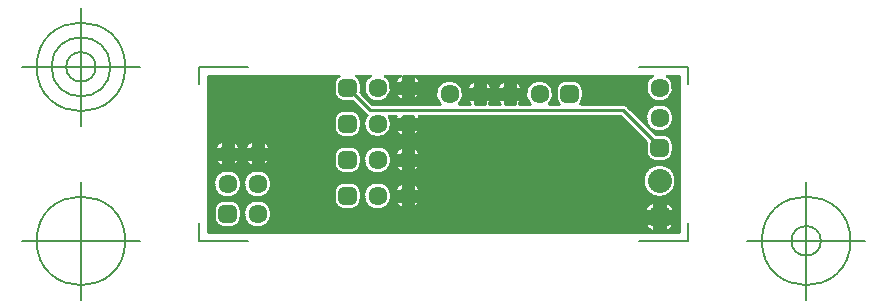
<source format=gbr>
G04 Generated by Ultiboard 13.0 *
%FSLAX25Y25*%
%MOIN*%

%ADD10C,0.00001*%
%ADD11C,0.01000*%
%ADD12C,0.00500*%
%ADD13C,0.06334*%
%ADD14R,0.02083X0.02083*%
%ADD15C,0.03917*%
%ADD16C,0.08000*%


G04 ColorRGB 0000FF for the following layer *
%LNCopper Bottom*%
%LPD*%
G54D10*
G36*
X16364Y18345D02*
X16364Y18345D01*
X13655Y18345D01*
X13655Y16677D01*
X10345Y16677D01*
X10345Y18345D01*
X7636Y18345D01*
G74*
D01*
G03X8723Y16677I4364J1655*
G01*
X8723Y16677D01*
X5277Y16677D01*
G75*
D01*
G03X-1277Y16677I-3277J3323*
G01*
X-1277Y16677D01*
X-23835Y16677D01*
X-27533Y20375D01*
G75*
D01*
G03X-27483Y20959I-3424J587*
G01*
X-27483Y20959D01*
X-27483Y23042D01*
G74*
D01*
G03X-29123Y25993I3475J0*
G01*
X-29123Y25993D01*
X-24416Y25993D01*
G75*
D01*
G03X-19584Y25993I2416J-3993*
G01*
X-19584Y25993D01*
X-14416Y25993D01*
G74*
D01*
G03X-16364Y23655I2416J3993*
G01*
X-16364Y23655D01*
X-13655Y23655D01*
X-13655Y25993D01*
X-10345Y25993D01*
X-10345Y23655D01*
X-7636Y23655D01*
G74*
D01*
G03X-9584Y25993I4364J1655*
G01*
X-9584Y25993D01*
X69584Y25993D01*
G75*
D01*
G03X74416Y25993I2416J-3993*
G01*
X74416Y25993D01*
X78493Y25993D01*
X78493Y-25993D01*
X74307Y-25993D01*
G74*
D01*
G03X77143Y-22950I2307J4993*
G01*
X77143Y-22950D01*
X73950Y-22950D01*
X73950Y-25993D01*
X70050Y-25993D01*
X70050Y-22950D01*
X66857Y-22950D01*
G74*
D01*
G03X69693Y-25993I5143J1950*
G01*
X69693Y-25993D01*
X-78493Y-25993D01*
X-78493Y25993D01*
X-34877Y25993D01*
G74*
D01*
G03X-36517Y23042I1835J2951*
G01*
X-36517Y23042D01*
X-36517Y20959D01*
G75*
D01*
G03X-33041Y17483I3476J0*
G01*
X-33041Y17483D01*
X-30958Y17483D01*
G74*
D01*
G03X-30375Y17533I4J3476*
G01*
X-30375Y17533D01*
X-26090Y13248D01*
G74*
D01*
G03X-25647Y12912I1424J1417*
G01*
G75*
D01*
G03X-18163Y12657I3647J-2910*
G01*
X-18163Y12657D01*
X-15837Y12657D01*
G74*
D01*
G03X-16364Y11655I3837J2657*
G01*
X-16364Y11655D01*
X-13655Y11655D01*
X-13655Y12657D01*
X-10345Y12657D01*
X-10345Y11655D01*
X-7636Y11655D01*
G74*
D01*
G03X-8163Y12657I4364J1655*
G01*
X-8163Y12657D01*
X58835Y12657D01*
X67591Y3901D01*
G74*
D01*
G03X67483Y3042I3367J860*
G01*
X67483Y3042D01*
X67483Y959D01*
G75*
D01*
G03X70959Y-2517I3476J0*
G01*
X70959Y-2517D01*
X73042Y-2517D01*
G74*
D01*
G03X76517Y958I1J3476*
G01*
X76517Y958D01*
X76517Y3042D01*
G74*
D01*
G03X73042Y6517I3475J0*
G01*
X73042Y6517D01*
X70959Y6517D01*
G75*
D01*
G03X70671Y6505I1J-3475*
G01*
X70671Y6505D01*
X61090Y16086D01*
G74*
D01*
G03X59667Y16677I1423J1418*
G01*
X59667Y16677D01*
X45663Y16677D01*
G75*
D01*
G03X46517Y18959I-2621J2282*
G01*
X46517Y18959D01*
X46517Y21042D01*
G74*
D01*
G03X43042Y24517I3475J0*
G01*
X43042Y24517D01*
X40959Y24517D01*
G75*
D01*
G03X37483Y21042I-1J-3475*
G01*
X37483Y21042D01*
X37483Y18959D01*
G75*
D01*
G03X38337Y16677I3476J0*
G01*
X38337Y16677D01*
X35277Y16677D01*
G75*
D01*
G03X28723Y16677I-3277J3323*
G01*
X28723Y16677D01*
X25277Y16677D01*
G74*
D01*
G03X26364Y18345I3277J3323*
G01*
X26364Y18345D01*
X23655Y18345D01*
X23655Y16677D01*
X20345Y16677D01*
X20345Y18345D01*
X17636Y18345D01*
G74*
D01*
G03X18723Y16677I4364J1655*
G01*
X18723Y16677D01*
X15277Y16677D01*
G74*
D01*
G03X16364Y18345I3277J3323*
G01*
D02*
G37*
%LPC*%
G36*
X12981Y18551D02*
G75*
D01*
G03X12981Y18551I-981J1449*
G01*
D02*
G37*
G36*
X7636Y21655D02*
X7636Y21655D01*
X10345Y21655D01*
X10345Y24364D01*
G74*
D01*
G03X7636Y21655I1655J4364*
G01*
D02*
G37*
G36*
X-13655Y17636D02*
X-13655Y17636D01*
X-13655Y20345D01*
X-16364Y20345D01*
G74*
D01*
G03X-13655Y17636I4364J1655*
G01*
D02*
G37*
G36*
X-7636Y20345D02*
X-7636Y20345D01*
X-10345Y20345D01*
X-10345Y17636D01*
G74*
D01*
G03X-7636Y20345I1655J4364*
G01*
D02*
G37*
G36*
X-13750Y22000D02*
G75*
D01*
G03X-13750Y22000I1750J0*
G01*
D02*
G37*
G36*
X69250Y-21000D02*
G75*
D01*
G03X69250Y-21000I2750J0*
G01*
D02*
G37*
G36*
X66857Y-19050D02*
X66857Y-19050D01*
X70050Y-19050D01*
X70050Y-15857D01*
G74*
D01*
G03X66857Y-19050I1950J5143*
G01*
D02*
G37*
G36*
X73950Y-15857D02*
X73950Y-15857D01*
X73950Y-19050D01*
X77143Y-19050D01*
G74*
D01*
G03X73950Y-15857I5143J1950*
G01*
D02*
G37*
G36*
X66500Y-9000D02*
G75*
D01*
G03X66500Y-9000I5500J0*
G01*
D02*
G37*
G36*
X67333Y12000D02*
G75*
D01*
G03X67333Y12000I4667J0*
G01*
D02*
G37*
G36*
X13655Y24364D02*
X13655Y24364D01*
X13655Y21655D01*
X16364Y21655D01*
G74*
D01*
G03X13655Y24364I4364J1655*
G01*
D02*
G37*
G36*
X17636Y21655D02*
X17636Y21655D01*
X20345Y21655D01*
X20345Y24364D01*
G74*
D01*
G03X17636Y21655I1655J4364*
G01*
D02*
G37*
G36*
X20250Y20000D02*
G75*
D01*
G03X20250Y20000I1750J0*
G01*
D02*
G37*
G36*
X23655Y24364D02*
X23655Y24364D01*
X23655Y21655D01*
X26364Y21655D01*
G74*
D01*
G03X23655Y24364I4364J1655*
G01*
D02*
G37*
G36*
X-13750Y10000D02*
G75*
D01*
G03X-13750Y10000I1750J0*
G01*
D02*
G37*
G36*
X-36517Y11042D02*
X-36517Y11042D01*
X-36517Y8959D01*
G75*
D01*
G03X-33041Y5483I3476J0*
G01*
X-33041Y5483D01*
X-30958Y5483D01*
G75*
D01*
G03X-27483Y8959I-1J3476*
G01*
X-27483Y8959D01*
X-27483Y11042D01*
G74*
D01*
G03X-30958Y14517I3475J0*
G01*
X-30958Y14517D01*
X-33041Y14517D01*
G75*
D01*
G03X-36517Y11042I-1J-3475*
G01*
D02*
G37*
G36*
X-73041Y-24517D02*
X-73041Y-24517D01*
X-70958Y-24517D01*
G75*
D01*
G03X-67483Y-21041I-1J3476*
G01*
X-67483Y-21041D01*
X-67483Y-18958D01*
G74*
D01*
G03X-70958Y-15483I3475J0*
G01*
X-70958Y-15483D01*
X-73041Y-15483D01*
G75*
D01*
G03X-76517Y-18958I-1J-3475*
G01*
X-76517Y-18958D01*
X-76517Y-21041D01*
G75*
D01*
G03X-73041Y-24517I3476J0*
G01*
D02*
G37*
G36*
X-66667Y-20000D02*
G75*
D01*
G03X-66667Y-20000I4667J0*
G01*
D02*
G37*
G36*
X-36517Y-12959D02*
X-36517Y-12959D01*
X-36517Y-15042D01*
G75*
D01*
G03X-33041Y-18517I3476J1*
G01*
X-33041Y-18517D01*
X-30958Y-18517D01*
G75*
D01*
G03X-27483Y-15042I0J3475*
G01*
X-27483Y-15042D01*
X-27483Y-12959D01*
G74*
D01*
G03X-30958Y-9483I3475J1*
G01*
X-30958Y-9483D01*
X-33041Y-9483D01*
G75*
D01*
G03X-36517Y-12959I0J-3476*
G01*
D02*
G37*
G36*
X-26667Y-14000D02*
G75*
D01*
G03X-26667Y-14000I4667J0*
G01*
D02*
G37*
G36*
X-13655Y-18364D02*
X-13655Y-18364D01*
X-13655Y-15655D01*
X-16364Y-15655D01*
G74*
D01*
G03X-13655Y-18364I4364J1655*
G01*
D02*
G37*
G36*
X-13750Y-14000D02*
G75*
D01*
G03X-13750Y-14000I1750J0*
G01*
D02*
G37*
G36*
X-7636Y-15655D02*
X-7636Y-15655D01*
X-10345Y-15655D01*
X-10345Y-18364D01*
G74*
D01*
G03X-7636Y-15655I1655J4364*
G01*
D02*
G37*
G36*
X-10345Y-9636D02*
X-10345Y-9636D01*
X-10345Y-12345D01*
X-7636Y-12345D01*
G74*
D01*
G03X-10345Y-9636I4364J1655*
G01*
D02*
G37*
G36*
X-16364Y-12345D02*
X-16364Y-12345D01*
X-13655Y-12345D01*
X-13655Y-9636D01*
G74*
D01*
G03X-16364Y-12345I1655J4364*
G01*
D02*
G37*
G36*
X-76667Y-10000D02*
G75*
D01*
G03X-76667Y-10000I4667J0*
G01*
D02*
G37*
G36*
X-66667Y-10000D02*
G75*
D01*
G03X-66667Y-10000I4667J0*
G01*
D02*
G37*
G36*
X-73750Y0D02*
G75*
D01*
G03X-73750Y0I1750J0*
G01*
D02*
G37*
G36*
X-73655Y-4364D02*
X-73655Y-4364D01*
X-73655Y-1655D01*
X-76364Y-1655D01*
G74*
D01*
G03X-73655Y-4364I4364J1655*
G01*
D02*
G37*
G36*
X-76364Y1655D02*
X-76364Y1655D01*
X-73655Y1655D01*
X-73655Y4364D01*
G74*
D01*
G03X-76364Y1655I1655J4364*
G01*
D02*
G37*
G36*
X-67636Y-1655D02*
X-67636Y-1655D01*
X-70345Y-1655D01*
X-70345Y-4364D01*
G74*
D01*
G03X-67636Y-1655I1655J4364*
G01*
D02*
G37*
G36*
X-70345Y4364D02*
X-70345Y4364D01*
X-70345Y1655D01*
X-67636Y1655D01*
G74*
D01*
G03X-70345Y4364I4364J1655*
G01*
D02*
G37*
G36*
X-63750Y0D02*
G75*
D01*
G03X-63750Y0I1750J0*
G01*
D02*
G37*
G36*
X-63655Y-4364D02*
X-63655Y-4364D01*
X-63655Y-1655D01*
X-66364Y-1655D01*
G74*
D01*
G03X-63655Y-4364I4364J1655*
G01*
D02*
G37*
G36*
X-66364Y1655D02*
X-66364Y1655D01*
X-63655Y1655D01*
X-63655Y4364D01*
G74*
D01*
G03X-66364Y1655I1655J4364*
G01*
D02*
G37*
G36*
X-57636Y-1655D02*
X-57636Y-1655D01*
X-60345Y-1655D01*
X-60345Y-4364D01*
G74*
D01*
G03X-57636Y-1655I1655J4364*
G01*
D02*
G37*
G36*
X-60345Y4364D02*
X-60345Y4364D01*
X-60345Y1655D01*
X-57636Y1655D01*
G74*
D01*
G03X-60345Y4364I4364J1655*
G01*
D02*
G37*
G36*
X-36517Y-958D02*
X-36517Y-958D01*
X-36517Y-3041D01*
G75*
D01*
G03X-33041Y-6517I3476J0*
G01*
X-33041Y-6517D01*
X-30958Y-6517D01*
G75*
D01*
G03X-27483Y-3041I-1J3476*
G01*
X-27483Y-3041D01*
X-27483Y-958D01*
G74*
D01*
G03X-30958Y2517I3475J0*
G01*
X-30958Y2517D01*
X-33041Y2517D01*
G75*
D01*
G03X-36517Y-958I-1J-3475*
G01*
D02*
G37*
G36*
X-7636Y8345D02*
X-7636Y8345D01*
X-10345Y8345D01*
X-10345Y5636D01*
G74*
D01*
G03X-7636Y8345I1655J4364*
G01*
D02*
G37*
G36*
X-13655Y5636D02*
X-13655Y5636D01*
X-13655Y8345D01*
X-16364Y8345D01*
G74*
D01*
G03X-13655Y5636I4364J1655*
G01*
D02*
G37*
G36*
X-26667Y-2000D02*
G75*
D01*
G03X-26667Y-2000I4667J0*
G01*
D02*
G37*
G36*
X-13655Y-6364D02*
X-13655Y-6364D01*
X-13655Y-3655D01*
X-16364Y-3655D01*
G74*
D01*
G03X-13655Y-6364I4364J1655*
G01*
D02*
G37*
G36*
X-13750Y-2000D02*
G75*
D01*
G03X-13750Y-2000I1750J0*
G01*
D02*
G37*
G36*
X-7636Y-3655D02*
X-7636Y-3655D01*
X-10345Y-3655D01*
X-10345Y-6364D01*
G74*
D01*
G03X-7636Y-3655I1655J4364*
G01*
D02*
G37*
G36*
X-10345Y2364D02*
X-10345Y2364D01*
X-10345Y-345D01*
X-7636Y-345D01*
G74*
D01*
G03X-10345Y2364I4364J1655*
G01*
D02*
G37*
G36*
X-16364Y-345D02*
X-16364Y-345D01*
X-13655Y-345D01*
X-13655Y2364D01*
G74*
D01*
G03X-16364Y-345I1655J4364*
G01*
D02*
G37*
%LPD*%
G54D11*
X12981Y18551D02*
G75*
D01*
G03X12981Y18551I-981J1449*
G01*
X7636Y21655D02*
X10345Y21655D01*
X10345Y24364D01*
G74*
D01*
G03X7636Y21655I1655J4364*
G01*
X-13655Y17636D02*
X-13655Y20345D01*
X-16364Y20345D01*
G74*
D01*
G03X-13655Y17636I4364J1655*
G01*
X-7636Y20345D02*
X-10345Y20345D01*
X-10345Y17636D01*
G74*
D01*
G03X-7636Y20345I1655J4364*
G01*
X-13750Y22000D02*
G75*
D01*
G03X-13750Y22000I1750J0*
G01*
X69250Y-21000D02*
G75*
D01*
G03X69250Y-21000I2750J0*
G01*
X66857Y-19050D02*
X70050Y-19050D01*
X70050Y-15857D01*
G74*
D01*
G03X66857Y-19050I1950J5143*
G01*
X73950Y-15857D02*
X73950Y-19050D01*
X77143Y-19050D01*
G74*
D01*
G03X73950Y-15857I5143J1950*
G01*
X66500Y-9000D02*
G75*
D01*
G03X66500Y-9000I5500J0*
G01*
X67333Y12000D02*
G75*
D01*
G03X67333Y12000I4667J0*
G01*
X13655Y24364D02*
X13655Y21655D01*
X16364Y21655D01*
G74*
D01*
G03X13655Y24364I4364J1655*
G01*
X17636Y21655D02*
X20345Y21655D01*
X20345Y24364D01*
G74*
D01*
G03X17636Y21655I1655J4364*
G01*
X20250Y20000D02*
G75*
D01*
G03X20250Y20000I1750J0*
G01*
X23655Y24364D02*
X23655Y21655D01*
X26364Y21655D01*
G74*
D01*
G03X23655Y24364I4364J1655*
G01*
X-13750Y10000D02*
G75*
D01*
G03X-13750Y10000I1750J0*
G01*
X-36517Y11042D02*
X-36517Y8959D01*
G75*
D01*
G03X-33041Y5483I3476J0*
G01*
X-30958Y5483D01*
G75*
D01*
G03X-27483Y8959I-1J3476*
G01*
X-27483Y11042D01*
G74*
D01*
G03X-30958Y14517I3475J0*
G01*
X-33041Y14517D01*
G75*
D01*
G03X-36517Y11042I-1J-3475*
G01*
X-73041Y-24517D02*
X-70958Y-24517D01*
G75*
D01*
G03X-67483Y-21041I-1J3476*
G01*
X-67483Y-18958D01*
G74*
D01*
G03X-70958Y-15483I3475J0*
G01*
X-73041Y-15483D01*
G75*
D01*
G03X-76517Y-18958I-1J-3475*
G01*
X-76517Y-21041D01*
G75*
D01*
G03X-73041Y-24517I3476J0*
G01*
X-66667Y-20000D02*
G75*
D01*
G03X-66667Y-20000I4667J0*
G01*
X-36517Y-12959D02*
X-36517Y-15042D01*
G75*
D01*
G03X-33041Y-18517I3476J1*
G01*
X-30958Y-18517D01*
G75*
D01*
G03X-27483Y-15042I0J3475*
G01*
X-27483Y-12959D01*
G74*
D01*
G03X-30958Y-9483I3475J1*
G01*
X-33041Y-9483D01*
G75*
D01*
G03X-36517Y-12959I0J-3476*
G01*
X-26667Y-14000D02*
G75*
D01*
G03X-26667Y-14000I4667J0*
G01*
X-13655Y-18364D02*
X-13655Y-15655D01*
X-16364Y-15655D01*
G74*
D01*
G03X-13655Y-18364I4364J1655*
G01*
X-13750Y-14000D02*
G75*
D01*
G03X-13750Y-14000I1750J0*
G01*
X-7636Y-15655D02*
X-10345Y-15655D01*
X-10345Y-18364D01*
G74*
D01*
G03X-7636Y-15655I1655J4364*
G01*
X-10345Y-9636D02*
X-10345Y-12345D01*
X-7636Y-12345D01*
G74*
D01*
G03X-10345Y-9636I4364J1655*
G01*
X-16364Y-12345D02*
X-13655Y-12345D01*
X-13655Y-9636D01*
G74*
D01*
G03X-16364Y-12345I1655J4364*
G01*
X-76667Y-10000D02*
G75*
D01*
G03X-76667Y-10000I4667J0*
G01*
X-66667Y-10000D02*
G75*
D01*
G03X-66667Y-10000I4667J0*
G01*
X-73750Y0D02*
G75*
D01*
G03X-73750Y0I1750J0*
G01*
X-73655Y-4364D02*
X-73655Y-1655D01*
X-76364Y-1655D01*
G74*
D01*
G03X-73655Y-4364I4364J1655*
G01*
X-76364Y1655D02*
X-73655Y1655D01*
X-73655Y4364D01*
G74*
D01*
G03X-76364Y1655I1655J4364*
G01*
X-67636Y-1655D02*
X-70345Y-1655D01*
X-70345Y-4364D01*
G74*
D01*
G03X-67636Y-1655I1655J4364*
G01*
X-70345Y4364D02*
X-70345Y1655D01*
X-67636Y1655D01*
G74*
D01*
G03X-70345Y4364I4364J1655*
G01*
X-63750Y0D02*
G75*
D01*
G03X-63750Y0I1750J0*
G01*
X-63655Y-4364D02*
X-63655Y-1655D01*
X-66364Y-1655D01*
G74*
D01*
G03X-63655Y-4364I4364J1655*
G01*
X-66364Y1655D02*
X-63655Y1655D01*
X-63655Y4364D01*
G74*
D01*
G03X-66364Y1655I1655J4364*
G01*
X-57636Y-1655D02*
X-60345Y-1655D01*
X-60345Y-4364D01*
G74*
D01*
G03X-57636Y-1655I1655J4364*
G01*
X-60345Y4364D02*
X-60345Y1655D01*
X-57636Y1655D01*
G74*
D01*
G03X-60345Y4364I4364J1655*
G01*
X-36517Y-958D02*
X-36517Y-3041D01*
G75*
D01*
G03X-33041Y-6517I3476J0*
G01*
X-30958Y-6517D01*
G75*
D01*
G03X-27483Y-3041I-1J3476*
G01*
X-27483Y-958D01*
G74*
D01*
G03X-30958Y2517I3475J0*
G01*
X-33041Y2517D01*
G75*
D01*
G03X-36517Y-958I-1J-3475*
G01*
X-7636Y8345D02*
X-10345Y8345D01*
X-10345Y5636D01*
G74*
D01*
G03X-7636Y8345I1655J4364*
G01*
X-13655Y5636D02*
X-13655Y8345D01*
X-16364Y8345D01*
G74*
D01*
G03X-13655Y5636I4364J1655*
G01*
X-26667Y-2000D02*
G75*
D01*
G03X-26667Y-2000I4667J0*
G01*
X-13655Y-6364D02*
X-13655Y-3655D01*
X-16364Y-3655D01*
G74*
D01*
G03X-13655Y-6364I4364J1655*
G01*
X-13750Y-2000D02*
G75*
D01*
G03X-13750Y-2000I1750J0*
G01*
X-7636Y-3655D02*
X-10345Y-3655D01*
X-10345Y-6364D01*
G74*
D01*
G03X-7636Y-3655I1655J4364*
G01*
X-10345Y2364D02*
X-10345Y-345D01*
X-7636Y-345D01*
G74*
D01*
G03X-10345Y2364I4364J1655*
G01*
X-16364Y-345D02*
X-13655Y-345D01*
X-13655Y2364D01*
G74*
D01*
G03X-16364Y-345I1655J4364*
G01*
X16364Y18345D02*
X13655Y18345D01*
X13655Y16677D01*
X10345Y16677D01*
X10345Y18345D01*
X7636Y18345D01*
G74*
D01*
G03X8723Y16677I4364J1655*
G01*
X5277Y16677D01*
G75*
D01*
G03X-1277Y16677I-3277J3323*
G01*
X-23835Y16677D01*
X-27533Y20375D01*
G75*
D01*
G03X-27483Y20959I-3424J587*
G01*
X-27483Y23042D01*
G74*
D01*
G03X-29123Y25993I3475J0*
G01*
X-24416Y25993D01*
G75*
D01*
G03X-19584Y25993I2416J-3993*
G01*
X-14416Y25993D01*
G74*
D01*
G03X-16364Y23655I2416J3993*
G01*
X-13655Y23655D01*
X-13655Y25993D01*
X-10345Y25993D01*
X-10345Y23655D01*
X-7636Y23655D01*
G74*
D01*
G03X-9584Y25993I4364J1655*
G01*
X69584Y25993D01*
G75*
D01*
G03X74416Y25993I2416J-3993*
G01*
X78493Y25993D01*
X78493Y-25993D01*
X74307Y-25993D01*
G74*
D01*
G03X77143Y-22950I2307J4993*
G01*
X73950Y-22950D01*
X73950Y-25993D01*
X70050Y-25993D01*
X70050Y-22950D01*
X66857Y-22950D01*
G74*
D01*
G03X69693Y-25993I5143J1950*
G01*
X-78493Y-25993D01*
X-78493Y25993D01*
X-34877Y25993D01*
G74*
D01*
G03X-36517Y23042I1835J2951*
G01*
X-36517Y20959D01*
G75*
D01*
G03X-33041Y17483I3476J0*
G01*
X-30958Y17483D01*
G74*
D01*
G03X-30375Y17533I4J3476*
G01*
X-26090Y13248D01*
G74*
D01*
G03X-25647Y12912I1424J1417*
G01*
G75*
D01*
G03X-18163Y12657I3647J-2910*
G01*
X-15837Y12657D01*
G74*
D01*
G03X-16364Y11655I3837J2657*
G01*
X-13655Y11655D01*
X-13655Y12657D01*
X-10345Y12657D01*
X-10345Y11655D01*
X-7636Y11655D01*
G74*
D01*
G03X-8163Y12657I4364J1655*
G01*
X58835Y12657D01*
X67591Y3901D01*
G74*
D01*
G03X67483Y3042I3367J860*
G01*
X67483Y959D01*
G75*
D01*
G03X70959Y-2517I3476J0*
G01*
X73042Y-2517D01*
G74*
D01*
G03X76517Y958I1J3476*
G01*
X76517Y3042D01*
G74*
D01*
G03X73042Y6517I3475J0*
G01*
X70959Y6517D01*
G75*
D01*
G03X70671Y6505I1J-3475*
G01*
X61090Y16086D01*
G74*
D01*
G03X59667Y16677I1423J1418*
G01*
X45663Y16677D01*
G75*
D01*
G03X46517Y18959I-2621J2282*
G01*
X46517Y21042D01*
G74*
D01*
G03X43042Y24517I3475J0*
G01*
X40959Y24517D01*
G75*
D01*
G03X37483Y21042I-1J-3475*
G01*
X37483Y18959D01*
G75*
D01*
G03X38337Y16677I3476J0*
G01*
X35277Y16677D01*
G75*
D01*
G03X28723Y16677I-3277J3323*
G01*
X25277Y16677D01*
G74*
D01*
G03X26364Y18345I3277J3323*
G01*
X23655Y18345D01*
X23655Y16677D01*
X20345Y16677D01*
X20345Y18345D01*
X17636Y18345D01*
G74*
D01*
G03X18723Y16677I4364J1655*
G01*
X15277Y16677D01*
G74*
D01*
G03X16364Y18345I3277J3323*
G01*
X-32000Y22000D02*
X-24667Y14667D01*
X59667Y14667D02*
X72000Y2334D01*
X72000Y2000D01*
X-24667Y14667D02*
X59667Y14667D01*
G54D12*
X-81500Y-29000D02*
X-81500Y-23200D01*
X-81500Y-29000D02*
X-65200Y-29000D01*
X81500Y-29000D02*
X65200Y-29000D01*
X81500Y-29000D02*
X81500Y-23200D01*
X81500Y29000D02*
X81500Y23200D01*
X81500Y29000D02*
X65200Y29000D01*
X-81500Y29000D02*
X-65200Y29000D01*
X-81500Y29000D02*
X-81500Y23200D01*
X-101185Y-29000D02*
X-140555Y-29000D01*
X-120870Y-48685D02*
X-120870Y-9315D01*
X-135634Y-29000D02*
G75*
D01*
G02X-135634Y-29000I14764J0*
G01*
X101185Y-29000D02*
X140555Y-29000D01*
X120870Y-48685D02*
X120870Y-9315D01*
X106106Y-29000D02*
G75*
D01*
G02X106106Y-29000I14764J0*
G01*
X115949Y-29000D02*
G75*
D01*
G02X115949Y-29000I4921J0*
G01*
X-101185Y29000D02*
X-140555Y29000D01*
X-120870Y9315D02*
X-120870Y48685D01*
X-135634Y29000D02*
G75*
D01*
G02X-135634Y29000I14764J0*
G01*
X-130713Y29000D02*
G75*
D01*
G02X-130713Y29000I9843J0*
G01*
X-125791Y29000D02*
G75*
D01*
G02X-125791Y29000I4921J0*
G01*
G54D13*
X-62000Y-20000D03*
X-62000Y0D03*
X-72000Y0D03*
X-62000Y-10000D03*
X-72000Y-10000D03*
X-22000Y-14000D03*
X-12000Y-14000D03*
X-22000Y10000D03*
X-12000Y10000D03*
X-22000Y-2000D03*
X-12000Y-2000D03*
X-22000Y22000D03*
X-12000Y22000D03*
X32000Y20000D03*
X22000Y20000D03*
X2000Y20000D03*
X12000Y20000D03*
X72000Y12000D03*
X72000Y22000D03*
G54D14*
X-72000Y-20000D03*
X-32000Y-14000D03*
X-32000Y10000D03*
X-32000Y-2000D03*
X-32000Y22000D03*
X42000Y20000D03*
X72000Y2000D03*
G54D15*
X-73041Y-21041D02*
X-70959Y-21041D01*
X-70959Y-18959D01*
X-73041Y-18959D01*
X-73041Y-21041D01*D02*
X-33041Y-15041D02*
X-30959Y-15041D01*
X-30959Y-12959D01*
X-33041Y-12959D01*
X-33041Y-15041D01*D02*
X-33041Y8959D02*
X-30959Y8959D01*
X-30959Y11041D01*
X-33041Y11041D01*
X-33041Y8959D01*D02*
X-33041Y-3041D02*
X-30959Y-3041D01*
X-30959Y-959D01*
X-33041Y-959D01*
X-33041Y-3041D01*D02*
X-33041Y20959D02*
X-30959Y20959D01*
X-30959Y23041D01*
X-33041Y23041D01*
X-33041Y20959D01*D02*
X40959Y18959D02*
X43041Y18959D01*
X43041Y21041D01*
X40959Y21041D01*
X40959Y18959D01*D02*
X70959Y959D02*
X73041Y959D01*
X73041Y3041D01*
X70959Y3041D01*
X70959Y959D01*D02*
G54D16*
X72000Y-9000D03*
X72000Y-21000D03*

M02*

</source>
